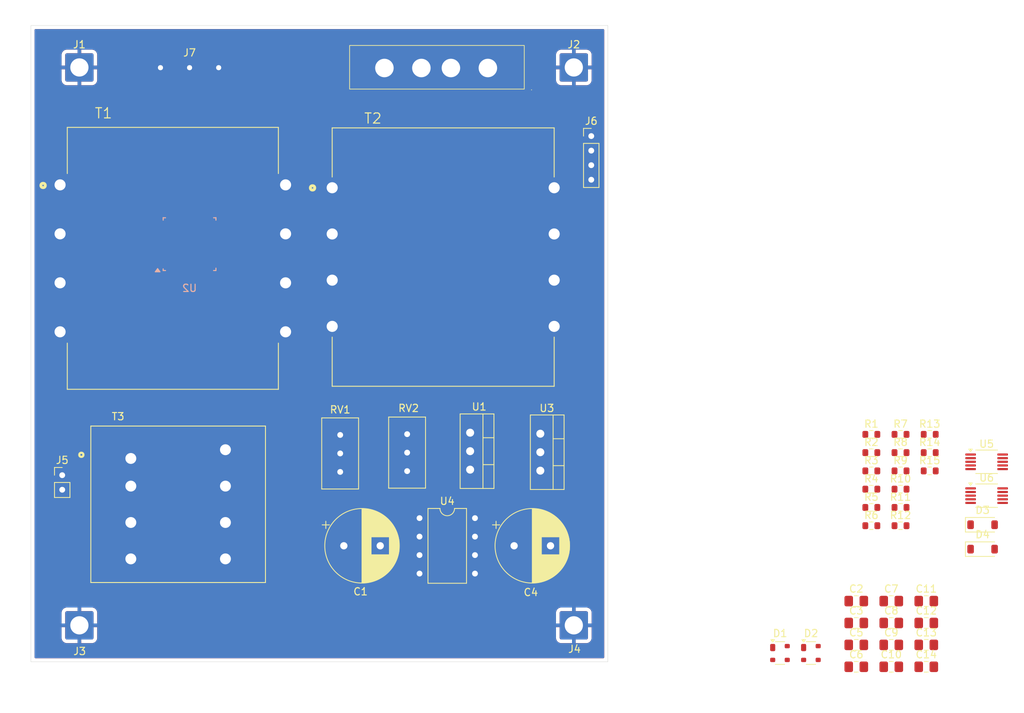
<source format=kicad_pcb>
(kicad_pcb (version 20241229) (generator "pcbnew") (generator_version "9.0")
  (layers (0 "F.Cu" signal) (2 "B.Cu" signal) (13 "F.Paste" user) (15 "B.Paste" user) (5 "F.SilkS" user "F.Silkscreen") (7 "B.SilkS" user "B.Silkscreen") (1 "F.Mask" user) (3 "B.Mask" user) (25 "Edge.Cuts" user))
  (net 0 "")
  (net 1 "Neutral")
  (net 2 "GND")
  (net 3 "Net-(U4B--)")
  (net 4 "Net-(U4A-+)")
  (net 5 "Net-(D3-K)")
  (net 6 "VCC")
  (net 7 "Net-(U4B-+)")
  (net 8 "Net-(U4A--)")
  (net 9 "Net-(F1-Pad2)")
  (net 10 "5v")
  (net 11 "Net-(D1-+)")
  (net 12 "Net-(C10-Pad1)")
  (net 13 "Net-(C11-Pad1)")
  (net 22 "Net-(J7-Pin_1)")
  (net 23 "Net-(J5-Pin_1)")
  (net 24 "SDA")
  (net 25 "Net-(J6-Pin_1)")
  (net 26 "Net-(D2-+)")
  (net 27 "Net-(C9-Pad2)")
  (net 28 "Net-(C9-Pad1)")
  (net 29 "Net-(D4-K)")
  (net 30 "Net-(C12-Pad2)")
  (net 31 "Net-(C12-Pad1)")
  (net 32 "Net-(D1-Pad4)")
  (net 33 "Net-(D2-Pad2)")
  (net 34 "Net-(D2-Pad4)")
  (net 35 "Net-(RV1-Pad1)")
  (net 36 "Net-(J7-Pin_3)")
  (net 37 "Net-(D1-Pad2)")
  (net 38 "Net-(R10-Pad1)")
  (net 39 "Net-(R13-Pad2)")
  (net 45 "Net-(U2-PC4)")
  (net 60 "Net-(U2-PC5)")
  (footprint "Resistor_SMD:R_0603_1608Metric" (layer "F.Cu") (at 223.507677 111.21)
    (property "Reference" "R15" (at 0 -1.43 0) (layer "F.SilkS"))
    (property "Value" "10 K")
    (pad "1" smd roundrect (at -0.825 0) (size 0.8 0.95) (layers "F.Cu" "F.Mask" "F.Paste") (net 29 "Net-(D4-K)"))
    (pad "2" smd roundrect (at 0.825 0) (size 0.8 0.95) (layers "F.Cu" "F.Mask" "F.Paste") (net 2 "GND"))
  )
  (footprint "Capacitor_SMD:C_0805_2012Metric_Pad1.18x1.45mm_HandSolder" (layer "F.Cu") (at 218.2275 138.13)
    (property "Reference" "C10" (at 0 -1.68 0) (layer "F.SilkS"))
    (property "Value" "1.5 uF")
    (pad "1" smd roundrect (at -1.0375 0) (size 1.175 1.45) (layers "F.Cu" "F.Mask" "F.Paste") (roundrect_rratio 0.212766) (net 12 "Net-(C10-Pad1)"))
    (pad "2" smd roundrect (at 1.0375 0) (size 1.175 1.45) (layers "F.Cu" "F.Mask" "F.Paste") (roundrect_rratio 0.212766) (net 5 "Net-(D3-K)"))
  )
  (footprint "Resistor_SMD:R_0603_1608Metric" (layer "F.Cu") (at 219.497677 106.19)
    (property "Reference" "R7" (at 0 -1.43 0) (layer "F.SilkS"))
    (property "Value" "3 K")
    (pad "1" smd roundrect (at -0.825 0) (size 0.8 0.95) (layers "F.Cu" "F.Mask" "F.Paste") (net 6 "VCC"))
    (pad "2" smd roundrect (at 0.825 0) (size 0.8 0.95) (layers "F.Cu" "F.Mask" "F.Paste") (net 38 "Net-(R10-Pad1)"))
  )
  (footprint "Resistor_SMD:R_0603_1608Metric" (layer "F.Cu") (at 215.487677 111.21)
    (property "Reference" "R3" (at 0 -1.43 0) (layer "F.SilkS"))
    (property "Value" "10 K")
    (pad "1" smd roundrect (at -0.825 0) (size 0.8 0.95) (layers "F.Cu" "F.Mask" "F.Paste") (net 38 "Net-(R10-Pad1)"))
    (pad "2" smd roundrect (at 0.825 0) (size 0.8 0.95) (layers "F.Cu" "F.Mask" "F.Paste") (net 8 "Net-(U4A--)"))
  )
  (footprint "Capacitor_SMD:C_0805_2012Metric_Pad1.18x1.45mm_HandSolder" (layer "F.Cu") (at 213.4175 135.12)
    (property "Reference" "C5" (at 0 -1.68 0) (layer "F.SilkS"))
    (property "Value" "1 uF")
    (pad "1" smd roundrect (at -1.0375 0) (size 1.175 1.45) (layers "F.Cu" "F.Mask" "F.Paste") (roundrect_rratio 0.212766) (net 26 "Net-(D2-+)"))
    (pad "2" smd roundrect (at 1.0375 0) (size 1.175 1.45) (layers "F.Cu" "F.Mask" "F.Paste") (roundrect_rratio 0.212766) (net 2 "GND"))
  )
  (footprint "Potentiometer_THT:Potentiometer_Bourns_3296W_Vertical" (layer "F.Cu") (at 151.7 111.24 -90)
    (property "Reference" "RV2" (at -8.64 -0.2 0) (layer "F.SilkS"))
    (property "Value" "10 K Pot" (hide yes))
    (pad "1" thru_hole circle (at 0 0 270) (size 1.44 1.44) (drill 0.8) (layers "*.Cu" "*.Mask") (net 39 "Net-(R13-Pad2)"))
    (pad "2" thru_hole circle (at -2.54 0 270) (size 1.44 1.44) (drill 0.8) (layers "*.Cu" "*.Mask") (net 31 "Net-(C12-Pad1)"))
    (pad "3" thru_hole circle (at -5.08 0 270) (size 1.44 1.44) (drill 0.8) (layers "*.Cu" "*.Mask") (net 2 "GND"))
  )
  (footprint "Diode_SMD:D_SOD-123" (layer "F.Cu") (at 230.775 118.61)
    (property "Reference" "D3" (at 0 -2 0) (layer "F.SilkS"))
    (property "Value" "D_Zener")
    (pad "1" smd roundrect (at -1.65 0) (size 0.9 1.2) (layers "F.Cu" "F.Mask" "F.Paste") (net 5 "Net-(D3-K)"))
    (pad "2" smd roundrect (at 1.65 0) (size 0.9 1.2) (layers "F.Cu" "F.Mask" "F.Paste") (net 2 "GND"))
  )
  (footprint "Resistor_SMD:R_0603_1608Metric" (layer "F.Cu") (at 219.497677 111.21)
    (property "Reference" "R9" (at 0 -1.43 0) (layer "F.SilkS"))
    (property "Value" "10 K")
    (pad "1" smd roundrect (at -0.825 0) (size 0.8 0.95) (layers "F.Cu" "F.Mask" "F.Paste") (net 3 "Net-(U4B--)"))
    (pad "2" smd roundrect (at 0.825 0) (size 0.8 0.95) (layers "F.Cu" "F.Mask" "F.Paste") (net 13 "Net-(C11-Pad1)"))
  )
  (footprint "Resistor_SMD:R_0603_1608Metric" (layer "F.Cu") (at 215.487677 113.72)
    (property "Reference" "R4" (at 0 -1.43 0) (layer "F.SilkS"))
    (property "Value" "51.1k")
    (pad "1" smd roundrect (at -0.825 0) (size 0.8 0.95) (layers "F.Cu" "F.Mask" "F.Paste") (net 38 "Net-(R10-Pad1)"))
    (pad "2" smd roundrect (at 0.825 0) (size 0.8 0.95) (layers "F.Cu" "F.Mask" "F.Paste") (net 27 "Net-(C9-Pad2)"))
  )
  (footprint "Resistor_SMD:R_0603_1608Metric" (layer "F.Cu") (at 215.487677 116.23)
    (property "Reference" "R5" (at 0 -1.43 0) (layer "F.SilkS"))
    (property "Value" "10 K")
    (pad "1" smd roundrect (at -0.825 0) (size 0.8 0.95) (layers "F.Cu" "F.Mask" "F.Paste") (net 5 "Net-(D3-K)"))
    (pad "2" smd roundrect (at 0.825 0) (size 0.8 0.95) (layers "F.Cu" "F.Mask" "F.Paste") (net 2 "GND"))
  )
  (footprint "Diode_SMD:D_SOD-123" (layer "F.Cu") (at 230.775 121.96)
    (property "Reference" "D4" (at 0 -2 0) (layer "F.SilkS"))
    (property "Value" "D_Zener")
    (pad "1" smd roundrect (at -1.65 0) (size 0.9 1.2) (layers "F.Cu" "F.Mask" "F.Paste") (net 29 "Net-(D4-K)"))
    (pad "2" smd roundrect (at 1.65 0) (size 0.9 1.2) (layers "F.Cu" "F.Mask" "F.Paste") (net 2 "GND"))
  )
  (footprint "Connector_Wire:SolderWire-2sqmm_1x01_D2mm_OD3.9mm" (layer "F.Cu") (at 106.659 132.431)
    (property "Reference" "J3" (at 0.041 3.569 0) (layer "F.SilkS"))
    (property "Value" "Hole" (hide yes))
    (pad "1" thru_hole roundrect (at 0 0) (size 3.9 3.9) (drill 2.5) (layers "*.Cu" "*.Mask") (roundrect_rratio 0.064103) (net 2 "GND"))
  )
  (footprint "Connector_PinHeader_2.00mm:PinHeader_1x04_P2.00mm_Vertical" (layer "F.Cu") (at 177 65.2)
    (property "Reference" "J6" (at 0 -2.06 0) (layer "F.SilkS"))
    (property "Value" "Conn_01x04_Pin" (hide yes))
    (pad "1" thru_hole rect (at 0 0) (size 1.35 1.35) (drill 0.8) (layers "*.Cu" "*.Mask") (net 25 "Net-(J6-Pin_1)"))
    (pad "2" thru_hole oval (at 0 2) (size 1.35 1.35) (drill 0.8) (layers "*.Cu" "*.Mask") (net 24 "SDA"))
    (pad "3" thru_hole oval (at 0 4) (size 1.35 1.35) (drill 0.8) (layers "*.Cu" "*.Mask") (net 10 "5v"))
    (pad "4" thru_hole oval (at 0 6) (size 1.35 1.35) (drill 0.8) (layers "*.Cu" "*.Mask") (net 2 "GND"))
  )
  (footprint "Capacitor_THT:CP_Radial_D10.0mm_P5.00mm" (layer "F.Cu") (at 166.4 121.5)
    (property "Reference" "C4" (at 2.3 6.4 0) (layer "F.SilkS"))
    (property "Value" "100 uF" (hide yes))
    (pad "1" thru_hole rect (at 0 0) (size 2 2) (drill 1) (layers "*.Cu" "*.Mask") (net 26 "Net-(D2-+)"))
    (pad "2" thru_hole circle (at 5 0) (size 2 2) (drill 1) (layers "*.Cu" "*.Mask") (net 2 "GND"))
  )
  (footprint "Package_TO_SOT_SMD:SOT-143" (layer "F.Cu") (at 202.933031 136.235)
    (property "Reference" "D1" (at 0.02 -2.7 0) (layer "F.SilkS"))
    (property "Value" "BAS3007")
    (pad "1" smd roundrect (at -1 -0.75) (size 0.7 1) (layers "F.Cu" "F.Mask" "F.Paste") (net 11 "Net-(D1-+)"))
    (pad "2" smd roundrect (at -1 0.95) (size 0.7 0.6) (layers "F.Cu" "F.Mask" "F.Paste") (net 37 "Net-(D1-Pad2)"))
    (pad "3" smd roundrect (at 1 0.95) (size 0.7 0.6) (layers "F.Cu" "F.Mask" "F.Paste") (net 2 "GND"))
    (pad "4" smd roundrect (at 1 -0.95) (size 0.7 0.6) (layers "F.Cu" "F.Mask" "F.Paste") (net 32 "Net-(D1-Pad4)"))
  )
  (footprint "Connector_Wire:SolderWire-2sqmm_1x01_D2mm_OD3.9mm" (layer "F.Cu") (at 174.603 55.768)
    (property "Reference" "J2" (at 0 -3.15 0) (layer "F.SilkS"))
    (property "Value" "Hole")
    (pad "1" thru_hole roundrect (at 0 0) (size 3.9 3.9) (drill 2.5) (layers "*.Cu" "*.Mask") (roundrect_rratio 0.064103) (net 2 "GND"))
  )
  (footprint "Capacitor_SMD:C_0805_2012Metric_Pad1.18x1.45mm_HandSolder" (layer "F.Cu") (at 213.4175 138.13)
    (property "Reference" "C6" (at 0 -1.68 0) (layer "F.SilkS"))
    (property "Value" "1 uF")
    (pad "1" smd roundrect (at -1.0375 0) (size 1.175 1.45) (layers "F.Cu" "F.Mask" "F.Paste") (roundrect_rratio 0.212766) (net 10 "5v"))
    (pad "2" smd roundrect (at 1.0375 0) (size 1.175 1.45) (layers "F.Cu" "F.Mask" "F.Paste") (roundrect_rratio 0.212766) (net 2 "GND"))
  )
  (footprint "Resistor_SMD:R_0603_1608Metric" (layer "F.Cu") (at 215.487677 106.19)
    (property "Reference" "R1" (at 0 -1.43 0) (layer "F.SilkS"))
    (property "Value" "10 K")
    (pad "1" smd roundrect (at -0.825 0) (size 0.8 0.95) (layers "F.Cu" "F.Mask" "F.Paste") (net 10 "5v"))
    (pad "2" smd roundrect (at 0.825 0) (size 0.8 0.95) (layers "F.Cu" "F.Mask" "F.Paste") (net 5 "Net-(D3-K)"))
  )
  (footprint "Custom Transformers:XFMR_FS16-150-C2" (layer "F.Cu") (at 156.6527 81.825)
    (property "Reference" "T2" (at -9.652 -19.05 0) (layer "F.SilkS") (effects (font (size 1.4 1.4))))
    (property "Value" "FS16-150-C2")
    (pad "1" thru_hole rect (at -15.2527 -9.525) (size 2.286 2.286) (drill 1.524) (layers "*.Cu" "*.Mask") (net 9 "Net-(F1-Pad2)"))
    (pad "2" thru_hole circle (at -15.2527 -3.175) (size 2.286 2.286) (drill 1.524) (layers "*.Cu" "*.Mask") (net 1 "Neutral"))
    (pad "3" thru_hole circle (at -15.2527 3.175) (size 2.286 2.286) (drill 1.524) (layers "*.Cu" "*.Mask") (net 9 "Net-(F1-Pad2)"))
    (pad "4" thru_hole circle (at -15.2527 9.525) (size 2.286 2.286) (drill 1.524) (layers "*.Cu" "*.Mask") (net 1 "Neutral"))
    (pad "5" thru_hole circle (at 15.2527 -9.525) (size 2.286 2.286) (drill 1.524) (layers "*.Cu" "*.Mask") (net 34 "Net-(D2-Pad4)"))
    (pad "6" thru_hole circle (at 15.2527 -3.175) (size 2.286 2.286) (drill 1.524) (layers "*.Cu" "*.Mask") (net 33 "Net-(D2-Pad2)"))
    (pad "7" thru_hole circle (at 15.2527 3.175) (size 2.286 2.286) (drill 1.524) (layers "*.Cu" "*.Mask") (net 34 "Net-(D2-Pad4)"))
    (pad "8" thru_hole circle (at 15.2527 9.525) (size 2.286 2.286) (drill 1.524) (layers "*.Cu" "*.Mask") (net 33 "Net-(D2-Pad2)"))
  )
  (footprint "Package_DIP:DIP-8_W7.62mm" (layer "F.Cu") (at 153.4 117.7)
    (property "Reference" "U4" (at 3.81 -2.33 0) (layer "F.SilkS"))
    (property "Value" "LM358")
    (pad "1" thru_hole rect (at 0 0) (size 1.6 1.6) (drill 0.8) (layers "*.Cu" "*.Mask") (net 12 "Net-(C10-Pad1)"))
    (pad "2" thru_hole oval (at 0 2.54) (size 1.6 1.6) (drill 0.8) (layers "*.Cu" "*.Mask") (net 8 "Net-(U4A--)"))
    (pad "3" thru_hole oval (at 0 5.08) (size 1.6 1.6) (drill 0.8) (layers "*.Cu" "*.Mask") (net 4 "Net-(U4A-+)"))
    (pad "4" thru_hole oval (at 0 7.62) (size 1.6 1.6) (drill 0.8) (layers "*.Cu" "*.Mask") (net 2 "GND"))
    (pad "5" thru_hole oval (at 7.62 7.62) (size 1.6 1.6) (drill 0.8) (layers "*.Cu" "*.Mask") (net 7 "Net-(U4B-+)"))
    (pad "6" thru_hole oval (at 7.62 5.08) (size 1.6 1.6) (drill 0.8) (layers "*.Cu" "*.Mask") (net 3 "Net-(U4B--)"))
    (pad "7" thru_hole oval (at 7.62 2.54) (size 1.6 1.6) (drill 0.8) (layers "*.Cu" "*.Mask") (net 13 "Net-(C11-Pad1)"))
    (pad "8" thru_hole oval (at 7.62 0) (size 1.6 1.6) (drill 0.8) (layers "*.Cu" "*.Mask") (net 6 "VCC"))
  )
  (footprint "Resistor_SMD:R_0603_1608Metric" (layer "F.Cu") (at 219.497677 116.23)
    (property "Reference" "R11" (at 0 -1.43 0) (layer "F.SilkS"))
    (property "Value" "10 K")
    (pad "1" smd roundrect (at -0.825 0) (size 0.8 0.95) (layers "F.Cu" "F.Mask" "F.Paste") (net 3 "Net-(U4B--)"))
    (pad "2" smd roundrect (at 0.825 0) (size 0.8 0.95) (layers "F.Cu" "F.Mask" "F.Paste") (net 38 "Net-(R10-Pad1)"))
  )
  (footprint "Capacitor_SMD:C_0805_2012Metric_Pad1.18x1.45mm_HandSolder" (layer "F.Cu") (at 223.0375 132.11)
    (property "Reference" "C12" (at 0 -1.68 0) (layer "F.SilkS"))
    (property "Value" "1.5 uF")
    (pad "1" smd roundrect (at -1.0375 0) (size 1.175 1.45) (layers "F.Cu" "F.Mask" "F.Paste") (roundrect_rratio 0.212766) (net 31 "Net-(C12-Pad1)"))
    (pad "2" smd roundrect (at 1.0375 0) (size 1.175 1.45) (layers "F.Cu" "F.Mask" "F.Paste") (roundrect_rratio 0.212766) (net 30 "Net-(C12-Pad2)"))
  )
  (footprint "Capacitor_SMD:C_0805_2012Metric_Pad1.18x1.45mm_HandSolder" (layer "F.Cu") (at 223.0375 135.12)
    (property "Reference" "C13" (at 0 -1.68 0) (layer "F.SilkS"))
    (property "Value" "22 nF")
    (pad "1" smd roundrect (at -1.0375 0) (size 1.175 1.45) (layers "F.Cu" "F.Mask" "F.Paste") (roundrect_rratio 0.212766) (net 2 "GND"))
    (pad "2" smd roundrect (at 1.0375 0) (size 1.175 1.45) (layers "F.Cu" "F.Mask" "F.Paste") (roundrect_rratio 0.212766) (net 7 "Net-(U4B-+)"))
  )
  (footprint "Capacitor_SMD:C_0805_2012Metric_Pad1.18x1.45mm_HandSolder" (layer "F.Cu") (at 218.2275 132.11)
    (property "Reference" "C8" (at 0 -1.68 0) (layer "F.SilkS"))
    (property "Value" "10 nF")
    (pad "1" smd roundrect (at -1.0375 0) (size 1.175 1.45) (layers "F.Cu" "F.Mask" "F.Paste") (roundrect_rratio 0.212766) (net 4 "Net-(U4A-+)"))
    (pad "2" smd roundrect (at 1.0375 0) (size 1.175 1.45) (layers "F.Cu" "F.Mask" "F.Paste") (roundrect_rratio 0.212766) (net 12 "Net-(C10-Pad1)"))
  )
  (footprint "Connector_Wire:SolderWire-0.15sqmm_1x03_P4mm_D0.5mm_OD1.5mm" (layer "F.Cu") (at 117.8 55.8)
    (property "Reference" "J7" (at 4 -2.05 0) (layer "F.SilkS"))
    (property "Value" "Conn_01x03_Pin")
    (pad "1" thru_hole roundrect (at 0 0) (size 1.7 1.7) (drill 0.7) (layers "*.Cu" "*.Mask") (roundrect_rratio 0.147059) (net 22 "Net-(J7-Pin_1)"))
    (pad "2" thru_hole circle (at 4 0) (size 1.7 1.7) (drill 0.7) (layers "*.Cu" "*.Mask") (net 1 "Neutral"))
    (pad "3" thru_hole circle (at 8 0) (size 1.7 1.7) (drill 0.7) (layers "*.Cu" "*.Mask") (net 36 "Net-(J7-Pin_3)"))
  )
  (footprint "Potentiometer_THT:Potentiometer_Bourns_3296W_Vertical" (layer "F.Cu") (at 142.5 111.35 -90)
    (property "Reference" "RV1" (at -8.55 0 0) (layer "F.SilkS"))
    (property "Value" "10 K Pot" (hide yes))
    (pad "1" thru_hole circle (at 0 0 270) (size 1.44 1.44) (drill 0.8) (layers "*.Cu" "*.Mask") (net 35 "Net-(RV1-Pad1)"))
    (pad "2" thru_hole circle (at -2.54 0 270) (size 1.44 1.44) (drill 0.8) (layers "*.Cu" "*.Mask") (net 28 "Net-(C9-Pad1)"))
    (pad "3" thru_hole circle (at -5.08 0 270) (size 1.44 1.44) (drill 0.8) (layers "*.Cu" "*.Mask") (net 2 "GND"))
  )
  (footprint "Capacitor_SMD:C_0805_2012Metric_Pad1.18x1.45mm_HandSolder" (layer "F.Cu") (at 223.0375 129.1)
    (property "Reference" "C11" (at 0 -1.68 0) (layer "F.SilkS"))
    (property "Value" "1.5 uF")
    (pad "1" smd roundrect (at -1.0375 0) (size 1.175 1.45) (layers "F.Cu" "F.Mask" "F.Paste") (roundrect_rratio 0.212766) (net 13 "Net-(C11-Pad1)"))
    (pad "2" smd roundrect (at 1.0375 0) (size 1.175 1.45) (layers "F.Cu" "F.Mask" "F.Paste") (roundrect_rratio 0.212766) (net 29 "Net-(D4-K)"))
  )
  (footprint "Connector_Wire:SolderWire-2sqmm_1x01_D2mm_OD3.9mm" (layer "F.Cu") (at 106.659 55.768)
    (property "Reference" "J1" (at 0 -3.15 0) (layer "F.SilkS"))
    (property "Value" "Hole")
    (pad "1" thru_hole roundrect (at 0 0) (size 3.9 3.9) (drill 2.5) (layers "*.Cu" "*.Mask") (roundrect_rratio 0.064103) (net 2 "GND"))
  )
  (footprint "Connector_Wire:SolderWire-2sqmm_1x01_D2mm_OD3.9mm" (layer "F.Cu") (at 174.603 132.431)
    (property "Reference" "J4" (at 0.097 3.269 0) (layer "F.SilkS"))
    (property "Value" "Hole" (hide yes))
    (pad "1" thru_hole roundrect (at 0 0) (size 3.9 3.9) (drill 2.5) (layers "*.Cu" "*.Mask") (roundrect_rratio 0.064103) (net 2 "GND"))
  )
  (footprint "Resistor_SMD:R_0603_1608Metric" (layer "F.Cu") (at 215.487677 118.74)
    (property "Reference" "R6" (at 0 -1.43 0) (layer "F.SilkS"))
    (property "Value" "10 K")
    (pad "1" smd roundrect (at -0.825 0) (size 0.8 0.95) (layers "F.Cu" "F.Mask" "F.Paste") (net 8 "Net-(U4A--)"))
    (pad "2" smd roundrect (at 0.825 0) (size 0.8 0.95) (layers "F.Cu" "F.Mask" "F.Paste") (net 12 "Net-(C10-Pad1)"))
  )
  (footprint "Capacitor_SMD:C_0805_2012Metric_Pad1.18x1.45mm_HandSolder" (layer "F.Cu") (at 218.2275 135.12)
    (property "Reference" "C9" (at 0 -1.68 0) (layer "F.SilkS"))
    (property "Value" "1.5 uF")
    (pad "1" smd roundrect (at -1.0375 0) (size 1.175 1.45) (layers "F.Cu" "F.Mask" "F.Paste") (roundrect_rratio 0.212766) (net 28 "Net-(C9-Pad1)"))
    (pad "2" smd roundrect (at 1.0375 0) (size 1.175 1.45) (layers "F.Cu" "F.Mask" "F.Paste") (roundrect_rratio 0.212766) (net 27 "Net-(C9-Pad2)"))
  )
  (footprint "Package_TO_SOT_THT:TO-220-3_Vertical" (layer "F.Cu") (at 170 106.1 -90)
    (property "Reference" "U3" (at -3.5 -0.9 0) (layer "F.SilkS"))
    (property "Value" "5 V Regulator" (hide yes))
    (pad "1" thru_hole rect (at 0 0 270) (size 1.905 2) (drill 1.1) (layers "*.Cu" "*.Mask") (net 26 "Net-(D2-+)"))
    (pad "2" thru_hole oval (at 2.54 0 270) (size 1.905 2) (drill 1.1) (layers "*.Cu" "*.Mask") (net 2 "GND"))
    (pad "3" thru_hole oval (at 5.08 0 270) (size 1.905 2) (drill 1.1) (layers "*.Cu" "*.Mask") (net 10 "5v"))
  )
  (footprint "Resistor_SMD:R_0603_1608Metric" (layer "F.Cu") (at 219.497677 118.74)
    (property "Reference" "R12" (at 0 -1.43 0) (layer "F.SilkS"))
    (property "Value" "10 K")
    (pad "1" smd roundrect (at -0.825 0) (size 0.8 0.95) (layers "F.Cu" "F.Mask" "F.Paste") (net 10 "5v"))
    (pad "2" smd roundrect (at 0.825 0) (size 0.8 0.95) (layers "F.Cu" "F.Mask" "F.Paste") (net 29 "Net-(D4-K)"))
  )
  (footprint "Custom Transformers:XFMR_CSE185L" (layer "F.Cu") (at 120.228921 115.8)
    (property "Reference" "T3" (at -8.255 -12.065 0) (layer "F.SilkS"))
    (property "Value" "CSE185L")
    (pad "1" thru_hole rect (at -6.5 -6.3) (size 2.25 2.25) (drill 1.5) (layers "*.Cu" "*.Mask"))
    (pad "2" thru_hole circle (at -6.5 -2.5) (size 2.25 2.25) (drill 1.5) (layers "*.Cu" "*.Mask") (net 9 "Net-(F1-Pad2)"))
    (pad "3" thru_hole circle (at -6.5 2.5) (size 2.25 2.25) (drill 1.5) (layers "*.Cu" "*.Mask") (net 36 "Net-(J7-Pin_3)"))
    (pad "4" thru_hole circle (at -6.5 7.5) (size 2.25 2.25) (drill 1.5) (layers "*.Cu" "*.Mask"))
    (pad "5" thru_hole circle (at 6.5 7.5) (size 2.25 2.25) (drill 1.5) (layers "*.Cu" "*.Mask") (net 2 "GND"))
    (pad "6" thru_hole circle (at 6.5 2.5) (size 2.25 2.25) (drill 1.5) (layers "*.Cu" "*.Mask"))
    (pad "7" thru_hole circle (at 6.5 -2.5) (size 2.25 2.25) (drill 1.5) (layers "*.Cu" "*.Mask"))
    (pad "8" thru_hole circle (at 6.5 -7.5) (size 2.25 2.25) (drill 1.5) (layers "*.Cu" "*.Mask") (net 39 "Net-(R13-Pad2)"))
  )
  (footprint "Capacitor_SMD:C_0805_2012Metric_Pad1.18x1.45mm_HandSolder" (layer "F.Cu") (at 213.4175 129.1)
    (property "Reference" "C2" (at 0 -1.68 0) (layer "F.SilkS"))
    (property "Value" "1 uF")
    (pad "1" smd roundrect (at -1.0375 0) (size 1.175 1.45) (layers "F.Cu" "F.Mask" "F.Paste") (roundrect_rratio 0.212766) (net 11 "Net-(D1-+)"))
    (pad "2" smd roundrect (at 1.0375 0) (size 1.175 1.45) (layers "F.Cu" "F.Mask" "F.Paste") (roundrect_rratio 0.212766) (net 2 "GND"))
  )
  (footprint "Resistor_SMD:R_0603_1608Metric" (layer "F.Cu") (at 223.507677 108.7)
    (property "Reference" "R14" (at 0 -1.43 0) (layer "F.SilkS"))
    (property "Value" "20 K")
    (pad "1" smd roundrect (at -0.825 0) (size 0.8 0.95) (layers "F.Cu" "F.Mask" "F.Paste") (net 30 "Net-(C12-Pad2)"))
    (pad "2" smd roundrect (at 0.825 0) (size 0.8 0.95) (layers "F.Cu" "F.Mask" "F.Paste") (net 7 "Net-(U4B-+)"))
  )
  (footprint "Capacitor_THT:CP_Radial_D10.0mm_P5.00mm" (layer "F.Cu") (at 143 121.5)
    (property "Reference" "C1" (at 2.3 6.3 0) (layer "F.SilkS"))
    (property "Value" "100 uF" (hide yes))
    (pad "1" thru_hole rect (at 0 0) (size 2 2) (drill 1) (layers "*.Cu" "*.Mask") (net 11 "Net-(D1-+)"))
    (pad "2" thru_hole circle (at 5 0) (size 2 2) (drill 1) (layers "*.Cu" "*.Mask") (net 2 "GND"))
  )
  (footprint "Package_TO_SOT_SMD:SOT-143" (layer "F.Cu") (at 207.183031 136.235)
    (property "Reference" "D2" (at 0.02 -2.7 0) (layer "F.SilkS"))
    (property "Value" "BAS3007")
    (pad "1" smd roundrect (at -1 -0.75) (size 0.7 1) (layers "F.Cu" "F.Mask" "F.Paste") (net 26 "Net-(D2-+)"))
    (pad "2" smd roundrect (at -1 0.95) (size 0.7 0.6) (layers "F.Cu" "F.Mask" "F.Paste") (net 33 "Net-(D2-Pad2)"))
    (pad "3" smd roundrect (at 1 0.95) (size 0.7 0.6) (layers "F.Cu" "F.Mask" "F.Paste") (net 2 "GND"))
    (pad "4" smd roundrect (at 1 -0.95) (size 0.7 0.6) (layers "F.Cu" "F.Mask" "F.Paste") (net 34 "Net-(D2-Pad4)"))
  )
  (footprint "Resistor_SMD:R_0603_1608Metric" (layer "F.Cu") (at 219.497677 113.72)
    (property "Reference" "R10" (at 0 -1.43 0) (layer "F.SilkS"))
    (property "Value" "51.1 K")
    (pad "1" smd roundrect (at -0.825 0) (size 0.8 0.95) (layers "F.Cu" "F.Mask" "F.Paste") (net 38 "Net-(R10-Pad1)"))
    (pad "2" smd roundrect (at 0.825 0) (size 0.8 0.95) (layers "F.Cu" "F.Mask" "F.Paste") (net 30 "Net-(C12-Pad2)"))
  )
  (footprint "Resistor_SMD:R_0603_1608Metric" (layer "F.Cu") (at 223.507677 106.19)
    (property "Reference" "R13" (at 0 -1.43 0) (layer "F.SilkS"))
    (property "Value" "30")
    (pad "1" smd roundrect (at -0.825 0) (size 0.8 0.95) (layers "F.Cu" "F.Mask" "F.Paste") (net 2 "GND"))
    (pad "2" smd roundrect (at 0.825 0) (size 0.8 0.95) (layers "F.Cu" "F.Mask" "F.Paste") (net 39 "Net-(R13-Pad2)"))
  )
  (footprint "Package_TO_SOT_THT:TO-220-3_Vertical" (layer "F.Cu") (at 160.355 105.96 -90)
    (property "Reference" "U1" (at -3.56 -1.245 0) (layer "F.SilkS"))
    (property "Value" "12 V Regulator" (hide yes))
    (pad "1" thru_hole rect (at 0 0 270) (size 1.905 2) (drill 1.1) (layers "*.Cu" "*.Mask") (net 11 "Net-(D1-+)"))
    (pad "2" thru_hole oval (at 2.54 0 270) (size 1.905 2) (drill 1.1) (layers "*.Cu" "*.Mask") (net 2 "GND"))
    (pad "3" thru_hole oval (at 5.08 0 270) (size 1.905 2) (drill 1.1) (layers "*.Cu" "*.Mask") (net 6 "VCC"))
  )
  (footprint "Fuse:Fuseholder_Keystone_3555-2" (layer "F.Cu") (at 134.795 54.845)
    (property "Reference" "F1" (hide yes))
    (property "Value" "Fuse" (hide yes))
    (pad "1" thru_hole custom (at 13.78 1 90) (size 4.5 8) (drill 2.54) (layers "*.Cu" "*.Mask") (net 22 "Net-(J7-Pin_1)") (clearance 1) (options (clearance outline) (anchor rect)) (primitives))
    (pad "1" thru_hole custom (at 18.86 1) (size 3 4.5) (drill 2.54) (layers "*.Cu" "*.Mask") (net 22 "Net-(J7-Pin_1)") (clearance 0.1) (options (clearance outline) (anchor rect)) (primitives))
    (pad "2" thru_hole custom (at 22.92 1) (size 3 4.5) (drill 2.54) (layers "*.Cu" "*.Mask") (net 9 "Net-(F1-Pad2)") (clearance 0.1) (options (clearance outline) (anchor rect)) (primitives))
    (pad "2" thru_hole custom (at 28 1) (size 8 4.5) (drill 2.54) (layers "*.Cu" "*.Mask") (net 9 "Net-(F1-Pad2)") (clearance 0.1) (options (clearance outline) (anchor rect)) (primitives))
  )
  (footprint "Package_SO:VSSOP-10_3x3mm_P0.5mm" (layer "F.Cu") (at 231.33 114.61)
    (property "Reference" "U6" (at 0 -2.45 0) (layer "F.SilkS"))
    (property "Value" "ADS1115IDGS")
    (pad "1" smd roundrect (at -2.2 -1) (size 1.45 0.3) (layers "F.Cu" "F.Mask" "F.Paste") (net 2 "GND"))
    (pad "2" smd roundrect (at -2.2 -0.5) (size 1.45 0.3) (layers "F.Cu" "F.Mask" "F.Paste"))
    (pad "3" smd roundrect (at -2.2 0) (size 1.45 0.3) (layers "F.Cu" "F.Mask" "F.Paste") (net 2 "GND"))
    (pad "4" smd roundrect (at -2.2 0.5) (size 1.45 0.3) (layers "F.Cu" "F.Mask" "F.Paste") (net 29 "Net-(D4-K)"))
    (pad "5" smd roundrect (at -2.2 1) (size 1.45 0.3) (layers "F.Cu" "F.Mask" "F.Paste"))
    (pad "6" smd roundrect (at 2.2 1) (size 1.45 0.3) (layers "F.Cu" "F.Mask" "F.Paste"))
    (pad "7" smd roundrect (at 2.2 0.5) (size 1.45 0.3) (layers "F.Cu" "F.Mask" "F.Paste"))
    (pad "8" smd roundrect (at 2.2 0) (size 1.45 0.3) (layers "F.Cu" "F.Mask" "F.Paste") (net 10 "5v"))
    (pad "9" smd roundrect (at 2.2 -0.5) (size 1.45 0.3) (layers "F.Cu" "F.Mask" "F.Paste") (net 45 "Net-(U2-PC4)"))
    (pad "10" smd roundrect (at 2.2 -1) (size 1.45 0.3) (layers "F.Cu" "F.Mask" "F.Paste") (net 60 "Net-(U2-PC5)"))
  )
  (footprint "Connector_PinHeader_2.00mm:PinHeader_1x02_P2.00mm_Vertical" (layer "F.Cu") (at 104.3 111.8)
    (property "Reference" "J5" (at 0 -2.06 0) (layer "F.SilkS"))
    (property "Value" "Conn_01x02_Pin" (hide yes))
    (pad "1" thru_hole rect (at 0 0) (size 1.35 1.35) (drill 0.8) (layers "*.Cu" "*.Mask") (net 23 "Net-(J5-Pin_1)"))
    (pad "2" thru_hole oval (at 0 2) (size 1.35 1.35) (drill 0.8) (layers "*.Cu" "*.Mask") (net 2 "GND"))
  )
  (footprint "Resistor_SMD:R_0603_1608Metric" (layer "F.Cu") (at 219.497677 108.7)
    (property "Reference" "R8" (at 0 -1.43 0) (layer "F.SilkS"))
    (property "Value" "1 K")
    (pad "1" smd roundrect (at -0.825 0) (size 0.8 0.95) (layers "F.Cu" "F.Mask" "F.Paste") (net 38 "Net-(R10-Pad1)"))
    (pad "2" smd roundrect (at 0.825 0) (size 0.8 0.95) (layers "F.Cu" "F.Mask" "F.Paste") (net 2 "GND"))
  )
  (footprint "Package_SO:VSSOP-10_3x3mm_P0.5mm" (layer "F.Cu") (at 231.33 109.96)
    (property "Reference" "U5" (at 0 -2.45 0) (layer "F.SilkS"))
    (property "Value" "ADS1115IDGS")
    (pad "1" smd roundrect (at -2.2 -1) (size 1.45 0.3) (layers "F.Cu" "F.Mask" "F.Paste") (net 10 "5v"))
    (pad "2" smd roundrect (at -2.2 -0.5) (size 1.45 0.3) (layers "F.Cu" "F.Mask" "F.Paste"))
    (pad "3" smd roundrect (at -2.2 0) (size 1.45 0.3) (layers "F.Cu" "F.Mask" "F.Paste") (net 2 "GND"))
    (pad "4" smd roundrect (at -2.2 0.5) (size 1.45 0.3) (layers "F.Cu" "F.Mask" "F.Paste") (net 5 "Net-(D3-K)"))
    (pad "5" smd roundrect (at -2.2 1) (size 1.45 0.3) (layers "F.Cu" "F.Mask" "F.Paste"))
    (pad "6" smd roundrect (at 2.2 1) (size 1.45 0.3) (layers "F.Cu" "F.Mask" "F.Paste"))
    (pad "7" smd roundrect (at 2.2 0.5) (size 1.45 0.3) (layers "F.Cu" "F.Mask" "F.Paste"))
    (pad "8" smd roundrect (at 2.2 0) (size 1.45 0.3) (layers "F.Cu" "F.Mask" "F.Paste") (net 10 "5v"))
    (pad "9" smd roundrect (at 2.2 -0.5) (size 1.45 0.3) (layers "F.Cu" "F.Mask" "F.Paste") (net 45 "Net-(U2-PC4)"))
    (pad "10" smd roundrect (at 2.2 -1) (size 1.45 0.3) (layers "F.Cu" "F.Mask" "F.Paste") (net 60 "Net-(U2-PC5)"))
  )
  (footprint "Capacitor_SMD:C_0805_2012Metric_Pad1.18x1.45mm_HandSolder" (layer "F.Cu") (at 218.2275 129.1)
    (property "Reference" "C7" (at 0 -1.68 0) (layer "F.SilkS"))
    (property "Value" "20 nF")
    (pad "1" smd roundrect (at -1.0375 0) (size 1.175 1.45) (layers "F.Cu" "F.Mask" "F.Paste") (roundrect_rratio 0.212766) (net 4 "Net-(U4A-+)"))
    (pad "2" smd roundrect (at 1.0375 0) (size 1.175 1.45) (layers "F.Cu" "F.Mask" "F.Paste") (roundrect_rratio 0.212766) (net 2 "GND"))
  )
  (footprint "Custom Transformers:XFMR_FS20-055-C2" (layer "F.Cu") (at 119.5 82)
    (property "Reference" "T1" (at -9.525 -19.939 0) (layer "F.SilkS") (effects (font (size 1.4 1.4))))
    (property "Value" "FS20-055-C2")
    (pad "1" thru_hole rect (at -15.494 -10.0965) (size 2.286 2.286) (drill 1.524) (layers "*.Cu" "*.Mask") (net 9 "Net-(F1-Pad2)"))
    (pad "2" thru_hole circle (at -15.494 -3.3655) (size 2.286 2.286) (drill 1.524) (layers "*.Cu" "*.Mask") (net 1 "Neutral"))
    (pad "3" thru_hole circle (at -15.494 3.3655) (size 2.286 2.286) (drill 1.524) (layers "*.Cu" "*.Mask") (net 9 "Net-(F1-Pad2)"))
    (pad "4" thru_hole circle (at -15.494 10.0965) (size 2.286 2.286) (drill 1.524) (layers "*.Cu" "*.Mask") (net 1 "Neutral"))
    (pad "5" thru_hole circle (at 15.494 -10.0965) (size 2.286 2.286) (drill 1.524) (layers "*.Cu" "*.Mask") (net 32 "Net-(D1-Pad4)"))
    (pad "6" thru_hole circle (at 15.494 -3.3655) (size 2.286 2.286) (drill 1.524) (layers "*.Cu" "*.Mask") (net 37 "Net-(D1-Pad2)"))
    (pad "7" thru_hole circle (at 15.494 3.3655) (size 2.286 2.286) (drill 1.524) (layers "*.Cu" "*.Mask") (net 35 "Net-(RV1-Pad1)"))
    (pad "8" thru_hole circle (at 15.494 10.0965) (size 2.286 2.286) (drill 1.524) (layers "*.Cu" "*.Mask") (net 2 "GND"))
  )
  (footprint "Resistor_SMD:R_0603_1608Metric" (layer "F.Cu") (at 215.487677 108.7)
    (property "Reference" "R2" (at 0 -1.43 0) (layer "F.SilkS"))
    (property "Value" "20 K")
    (pad "1" smd roundrect (at -0.825 0) (size 0.8 0.95) (layers "F.Cu" "F.Mask" "F.Paste") (net 27 "Net-(C9-Pad2)"))
    (pad "2" smd roundrect (at 0.825 0) (size 0.8 0.95) (layers "F.Cu" "F.Mask" "F.Paste") (net 4 "Net-(U4A-+)"))
  )
  (footprint "Capacitor_SMD:C_0805_2012Metric_Pad1.18x1.45mm_HandSolder" (layer "F.Cu") (at 213.4175 132.11)
    (property "Reference" "C3" (at 0 -1.68 0) (layer "F.SilkS"))
    (property "Value" "1 uF")
    (pad "1" smd roundrect (at -1.0375 0) (size 1.175 1.45) (layers "F.Cu" "F.Mask" "F.Paste") (roundrect_rratio 0.212766) (net 6 "VCC"))
    (pad "2" smd roundrect (at 1.0375 0) (size 1.175 1.45) (layers "F.Cu" "F.Mask" "F.Paste") (roundrect_rratio 0.212766) (net 2 "GND"))
  )
  (footprint "Capacitor_SMD:C_0805_2012Metric_Pad1.18x1.45mm_HandSolder" (layer "F.Cu") (at 223.0375 138.13)
    (property "Reference" "C14" (at 0 -1.68 0) (layer "F.SilkS"))
    (property "Value" "10 nF")
    (pad "1" smd roundrect (at -1.0375 0) (size 1.175 1.45) (layers "F.Cu" "F.Mask" "F.Paste") (roundrect_rratio 0.212766) (net 7 "Net-(U4B-+)"))
    (pad "2" smd roundrect (at 1.0375 0) (size 1.175 1.45) (layers "F.Cu" "F.Mask" "F.Paste") (roundrect_rratio 0.212766) (net 13 "Net-(C11-Pad1)"))
  )
  (footprint "Package_QFP:TQFP-32_7x7mm_P0.8mm" (layer "B.Cu") (at 121.8 80.05)
    (property "Reference" "U2" (at 0 6.05 180) (layer "B.SilkS") (effects (justify mirror)))
    (property "Value" "ATmega328PB-A")
    (pad "1" smd rect (at -4.25 2.8) (size 1.6 0.55) (layers "B.Cu" "B.Mask" "B.Paste"))
    (pad "2" smd rect (at -4.25 2) (size 1.6 0.55) (layers "B.Cu" "B.Mask" "B.Paste"))
    (pad "3" smd rect (at -4.25 1.2) (size 1.6 0.55) (layers "B.Cu" "B.Mask" "B.Paste") (net 24 "SDA"))
    (pad "4" smd rect (at -4.25 0.4) (size 1.6 0.55) (layers "B.Cu" "B.Mask" "B.Paste") (net 10 "5v"))
    (pad "5" smd rect (at -4.25 -0.4) (size 1.6 0.55) (layers "B.Cu" "B.Mask" "B.Paste") (net 2 "GND"))
    (pad "6" smd rect (at -4.25 -1.2) (size 1.6 0.55) (layers "B.Cu" "B.Mask" "B.Paste") (net 25 "Net-(J6-Pin_1)"))
    (pad "7" smd rect (at -4.25 -2) (size 1.6 0.55) (layers "B.Cu" "B.Mask" "B.Paste"))
    (pad "8" smd rect (at -4.25 -2.8) (size 1.6 0.55) (layers "B.Cu" "B.Mask" "B.Paste"))
    (pad "9" smd rect (at -2.8 -4.25 270) (size 1.6 0.55) (layers "B.Cu" "B.Mask" "B.Paste"))
    (pad "10" smd rect (at -2 -4.25 270) (size 1.6 0.55) (layers "B.Cu" "B.Mask" "B.Paste"))
    (pad "11" smd rect (at -1.2 -4.25 270) (size 1.6 0.55) (layers "B.Cu" "B.Mask" "B.Paste"))
    (pad "12" smd rect (at -0.4 -4.25 270) (size 1.6 0.55) (layers "B.Cu" "B.Mask" "B.Paste"))
    (pad "13" smd rect (at 0.4 -4.25 270) (size 1.6 0.55) (layers "B.Cu" "B.Mask" "B.Paste"))
    (pad "14" smd rect (at 1.2 -4.25 270) (size 1.6 0.55) (layers "B.Cu" "B.Mask" "B.Paste"))
    (pad "15" smd rect (at 2 -4.25 270) (size 1.6 0.55) (layers "B.Cu" "B.Mask" "B.Paste"))
    (pad "16" smd rect (at 2.8 -4.25 270) (size 1.6 0.55) (layers "B.Cu" "B.Mask" "B.Paste"))
    (pad "17" smd rect (at 4.25 -2.8) (size 1.6 0.55) (layers "B.Cu" "B.Mask" "B.Paste"))
    (pad "18" smd rect (at 4.25 -2) (size 1.6 0.55) (layers "B.Cu" "B.Mask" "B.Paste"))
    (pad "19" smd rect (at 4.25 -1.2) (size 1.6 0.55) (layers "B.Cu" "B.Mask" "B.Paste"))
    (pad "20" smd rect (at 4.25 -0.4) (size 1.6 0.55) (layers "B.Cu" "B.Mask" "B.Paste"))
    (pad "21" smd rect (at 4.25 0.4) (size 1.6 0.55) (layers "B.Cu" "B.Mask" "B.Paste") (net 2 "GND"))
    (pad "22" smd rect (at 4.25 1.2) (size 1.6 0.55) (layers "B.Cu" "B.Mask" "B.Paste"))
    (pad "23" smd rect (at 4.25 2) (size 1.6 0.55) (layers "B.Cu" "B.Mask" "B.Paste"))
    (pad "24" smd rect (at 4.25 2.8) (size 1.6 0.55) (layers "B.Cu" "B.Mask" "B.Paste"))
    (pad "25" smd rect (at 2.8 4.25 270) (size 1.6 0.55) (layers "B.Cu" "B.Mask" "B.Paste"))
    (pad "26" smd rect (at 2 4.25 270) (size 1.6 0.55) (layers "B.Cu" "B.Mask" "B.Paste"))
    (pad "27" smd rect (at 1.2 4.25 270) (size 1.6 0.55) (layers "B.Cu" "B.Mask" "B.Paste") (net 45 "Net-(U2-PC4)"))
    (pad "28" smd rect (at 0.4 4.25 270) (size 1.6 0.55) (layers "B.Cu" "B.Mask" "B.Paste") (net 60 "Net-(U2-PC5)"))
    (pad "29" smd rect (at -0.4 4.25 270) (size 1.6 0.55) (layers "B.Cu" "B.Mask" "B.Paste"))
    (pad "30" smd rect (at -1.2 4.25 270) (size 1.6 0.55) (layers "B.Cu" "B.Mask" "B.Paste"))
    (pad "31" smd rect (at -2 4.25 270) (size 1.6 0.55) (layers "B.Cu" "B.Mask" "B.Paste"))
    (pad "32" smd rect (at -2.8 4.25 270) (size 1.6 0.55) (layers "B.Cu" "B.Mask" "B.Paste") (net 23 "Net-(J5-Pin_1)"))
  )
  (gr_rect (start 100 50) (end 179.28 137.4522) (stroke (width 0.05)) (fill no) (layer "Edge.Cuts"))
  (zone (net 2) (net_name "GND") (layers "F.Cu" "B.Cu") (connect_pads (clearance 0.5)) (min_thickness 0.25) (fill yes (thermal_gap 0.5) (thermal_bridge_width 0.5))
    (polygon (pts (xy 194.25 46.5) (xy 194.5 144.5) (xy 95.75 143.5) (xy 95.75 46.5)))
  )
)
</source>
